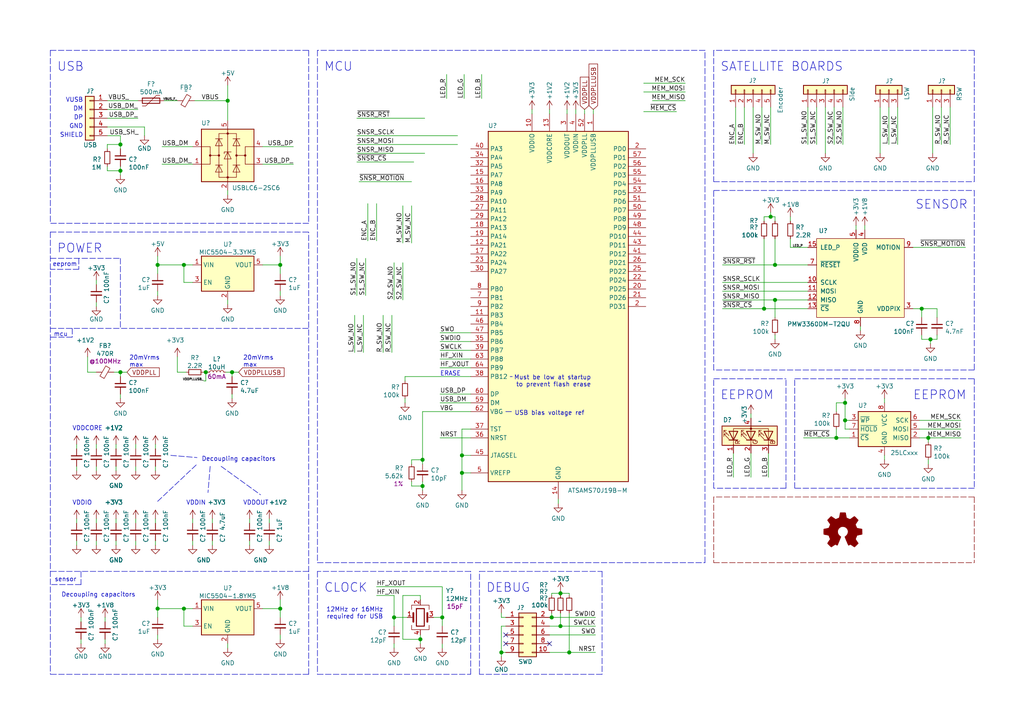
<source format=kicad_sch>
(kicad_sch (version 20210126) (generator eeschema)
  (paper "A4")
  (title_block (title "openinput-hw") (date "2021-04-10") (rev "r0.0") (company "openinput                                       https://github.com/perigoso/openinput-hw") (comment 2 "This source describes Open Hardware and is licensed under the CERN-OHL-Pv2") (comment 4 "Copyright (c) Rafael Silva <perigoso@riseup.net>"))
  (junction (at 34.925 41.91) (diameter 1.016))
  (junction (at 34.925 49.53) (diameter 1.016))
  (junction (at 34.925 107.95) (diameter 1.016))
  (junction (at 45.72 76.835) (diameter 1.016))
  (junction (at 45.72 176.53) (diameter 1.016))
  (junction (at 53.34 76.835) (diameter 1.016))
  (junction (at 53.34 176.53) (diameter 1.016))
  (junction (at 59.69 107.95) (diameter 1.016))
  (junction (at 66.04 29.21) (diameter 1.016))
  (junction (at 67.31 107.95) (diameter 1.016))
  (junction (at 81.28 76.835) (diameter 1.016))
  (junction (at 81.28 176.53) (diameter 1.016))
  (junction (at 114.3 179.07) (diameter 1.016))
  (junction (at 121.92 185.42) (diameter 1.016))
  (junction (at 122.555 133.35) (diameter 1.016))
  (junction (at 122.555 140.97) (diameter 1.016))
  (junction (at 128.27 179.07) (diameter 1.016))
  (junction (at 133.985 132.08) (diameter 1.016))
  (junction (at 133.985 137.16) (diameter 1.016))
  (junction (at 145.415 189.23) (diameter 1.016))
  (junction (at 160.02 179.07) (diameter 1.016))
  (junction (at 162.56 172.085) (diameter 1.016))
  (junction (at 162.56 181.61) (diameter 1.016))
  (junction (at 165.1 189.23) (diameter 1.016))
  (junction (at 221.615 89.535) (diameter 1.016))
  (junction (at 223.52 62.865) (diameter 1.016))
  (junction (at 224.79 76.835) (diameter 1.016))
  (junction (at 224.79 86.995) (diameter 1.016))
  (junction (at 242.57 127) (diameter 1.016))
  (junction (at 245.11 116.84) (diameter 1.016))
  (junction (at 245.11 121.92) (diameter 1.016))
  (junction (at 267.335 89.535) (diameter 1.016))
  (junction (at 269.24 127) (diameter 1.016))
  (junction (at 269.875 98.425) (diameter 1.016))
  (no_connect (at 146.685 184.15))
  (no_connect (at 146.685 186.69))
  (no_connect (at 159.385 186.69))
  (wire (pts (xy 22.225 128.905) (xy 22.225 130.175)))
  (wire (pts (xy 22.225 135.255) (xy 22.225 136.525)))
  (wire (pts (xy 22.225 150.495) (xy 22.225 151.765)))
  (wire (pts (xy 22.225 156.845) (xy 22.225 158.115)))
  (wire (pts (xy 23.495 179.07) (xy 23.495 180.34)))
  (wire (pts (xy 23.495 185.42) (xy 23.495 186.69)))
  (wire (pts (xy 25.4 107.95) (xy 25.4 103.505)))
  (wire (pts (xy 27.94 81.28) (xy 27.94 82.55)))
  (wire (pts (xy 27.94 87.63) (xy 27.94 88.9)))
  (wire (pts (xy 27.94 107.95) (xy 25.4 107.95)))
  (wire (pts (xy 27.94 128.905) (xy 27.94 130.175)))
  (wire (pts (xy 27.94 135.255) (xy 27.94 136.525)))
  (wire (pts (xy 27.94 150.495) (xy 27.94 151.765)))
  (wire (pts (xy 27.94 156.845) (xy 27.94 158.115)))
  (wire (pts (xy 30.48 179.07) (xy 30.48 180.34)))
  (wire (pts (xy 30.48 185.42) (xy 30.48 186.69)))
  (wire (pts (xy 31.115 29.21) (xy 40.005 29.21)))
  (wire (pts (xy 31.115 31.75) (xy 40.005 31.75)))
  (wire (pts (xy 31.115 34.29) (xy 40.005 34.29)))
  (wire (pts (xy 31.115 36.83) (xy 41.91 36.83)))
  (wire (pts (xy 31.115 39.37) (xy 34.925 39.37)))
  (wire (pts (xy 31.115 41.91) (xy 31.115 43.18)))
  (wire (pts (xy 31.115 41.91) (xy 34.925 41.91)))
  (wire (pts (xy 31.115 48.26) (xy 31.115 49.53)))
  (wire (pts (xy 31.115 49.53) (xy 34.925 49.53)))
  (wire (pts (xy 33.02 107.95) (xy 34.925 107.95)))
  (wire (pts (xy 33.655 128.905) (xy 33.655 130.175)))
  (wire (pts (xy 33.655 135.255) (xy 33.655 136.525)))
  (wire (pts (xy 33.655 150.495) (xy 33.655 151.765)))
  (wire (pts (xy 33.655 156.845) (xy 33.655 158.115)))
  (wire (pts (xy 34.925 39.37) (xy 34.925 41.91)))
  (wire (pts (xy 34.925 43.18) (xy 34.925 41.91)))
  (wire (pts (xy 34.925 49.53) (xy 34.925 48.26)))
  (wire (pts (xy 34.925 49.53) (xy 34.925 50.8)))
  (wire (pts (xy 34.925 107.95) (xy 34.925 109.22)))
  (wire (pts (xy 34.925 107.95) (xy 36.83 107.95)))
  (wire (pts (xy 34.925 114.3) (xy 34.925 115.57)))
  (wire (pts (xy 39.37 128.905) (xy 39.37 130.175)))
  (wire (pts (xy 39.37 135.255) (xy 39.37 136.525)))
  (wire (pts (xy 39.37 150.495) (xy 39.37 151.765)))
  (wire (pts (xy 39.37 156.845) (xy 39.37 158.115)))
  (wire (pts (xy 41.91 36.83) (xy 41.91 39.37)))
  (wire (pts (xy 45.085 128.905) (xy 45.085 130.175)))
  (wire (pts (xy 45.085 135.255) (xy 45.085 136.525)))
  (wire (pts (xy 45.085 150.495) (xy 45.085 151.765)))
  (wire (pts (xy 45.085 156.845) (xy 45.085 158.115)))
  (wire (pts (xy 45.72 74.295) (xy 45.72 76.835)))
  (wire (pts (xy 45.72 76.835) (xy 45.72 79.375)))
  (wire (pts (xy 45.72 84.455) (xy 45.72 85.725)))
  (wire (pts (xy 45.72 173.99) (xy 45.72 176.53)))
  (wire (pts (xy 45.72 176.53) (xy 45.72 179.07)))
  (wire (pts (xy 45.72 184.15) (xy 45.72 185.42)))
  (wire (pts (xy 46.99 42.545) (xy 55.88 42.545)))
  (wire (pts (xy 47.625 29.21) (xy 51.435 29.21)))
  (wire (pts (xy 51.435 107.95) (xy 51.435 103.505)))
  (wire (pts (xy 53.34 76.835) (xy 45.72 76.835)))
  (wire (pts (xy 53.34 76.835) (xy 55.88 76.835)))
  (wire (pts (xy 53.34 81.915) (xy 53.34 76.835)))
  (wire (pts (xy 53.34 81.915) (xy 55.88 81.915)))
  (wire (pts (xy 53.34 176.53) (xy 45.72 176.53)))
  (wire (pts (xy 53.34 176.53) (xy 55.88 176.53)))
  (wire (pts (xy 53.34 181.61) (xy 53.34 176.53)))
  (wire (pts (xy 53.34 181.61) (xy 55.88 181.61)))
  (wire (pts (xy 53.975 107.95) (xy 51.435 107.95)))
  (wire (pts (xy 55.88 47.625) (xy 46.99 47.625)))
  (wire (pts (xy 55.88 150.495) (xy 55.88 151.765)))
  (wire (pts (xy 55.88 156.845) (xy 55.88 158.115)))
  (wire (pts (xy 56.515 29.21) (xy 66.04 29.21)))
  (wire (pts (xy 59.055 107.95) (xy 59.69 107.95)))
  (wire (pts (xy 59.055 110.49) (xy 59.69 110.49)))
  (wire (pts (xy 59.69 107.95) (xy 60.325 107.95)))
  (wire (pts (xy 59.69 110.49) (xy 59.69 107.95)))
  (wire (pts (xy 61.595 150.495) (xy 61.595 151.765)))
  (wire (pts (xy 61.595 156.845) (xy 61.595 158.115)))
  (wire (pts (xy 65.405 107.95) (xy 67.31 107.95)))
  (wire (pts (xy 66.04 24.765) (xy 66.04 29.21)))
  (wire (pts (xy 66.04 29.21) (xy 66.04 34.925)))
  (wire (pts (xy 66.04 55.245) (xy 66.04 56.515)))
  (wire (pts (xy 66.04 86.995) (xy 66.04 88.265)))
  (wire (pts (xy 66.04 186.69) (xy 66.04 187.96)))
  (wire (pts (xy 67.31 107.95) (xy 67.31 109.22)))
  (wire (pts (xy 67.31 107.95) (xy 69.215 107.95)))
  (wire (pts (xy 67.31 114.3) (xy 67.31 115.57)))
  (wire (pts (xy 72.39 150.495) (xy 72.39 151.765)))
  (wire (pts (xy 72.39 156.845) (xy 72.39 158.115)))
  (wire (pts (xy 76.2 42.545) (xy 85.09 42.545)))
  (wire (pts (xy 76.2 47.625) (xy 85.09 47.625)))
  (wire (pts (xy 78.105 150.495) (xy 78.105 151.765)))
  (wire (pts (xy 78.105 156.845) (xy 78.105 158.115)))
  (wire (pts (xy 81.28 74.295) (xy 81.28 76.835)))
  (wire (pts (xy 81.28 76.835) (xy 76.2 76.835)))
  (wire (pts (xy 81.28 79.375) (xy 81.28 76.835)))
  (wire (pts (xy 81.28 84.455) (xy 81.28 85.725)))
  (wire (pts (xy 81.28 173.99) (xy 81.28 176.53)))
  (wire (pts (xy 81.28 176.53) (xy 76.2 176.53)))
  (wire (pts (xy 81.28 179.07) (xy 81.28 176.53)))
  (wire (pts (xy 81.28 184.15) (xy 81.28 185.42)))
  (wire (pts (xy 102.87 102.235) (xy 102.87 91.44)))
  (wire (pts (xy 103.505 34.29) (xy 123.19 34.29)))
  (wire (pts (xy 103.505 39.37) (xy 132.715 39.37)))
  (wire (pts (xy 103.505 41.91) (xy 132.715 41.91)))
  (wire (pts (xy 103.505 44.45) (xy 123.19 44.45)))
  (wire (pts (xy 103.505 46.99) (xy 120.015 46.99)))
  (wire (pts (xy 103.505 85.725) (xy 103.505 74.93)))
  (wire (pts (xy 105.41 102.235) (xy 105.41 91.44)))
  (wire (pts (xy 106.045 74.93) (xy 106.045 85.725)))
  (wire (pts (xy 106.68 69.85) (xy 106.68 59.055)))
  (wire (pts (xy 109.22 69.85) (xy 109.22 59.055)))
  (wire (pts (xy 109.22 170.18) (xy 128.27 170.18)))
  (wire (pts (xy 109.22 172.72) (xy 114.3 172.72)))
  (wire (pts (xy 111.125 102.235) (xy 111.125 91.44)))
  (wire (pts (xy 113.665 102.235) (xy 113.665 91.44)))
  (wire (pts (xy 114.3 86.995) (xy 114.3 76.2)))
  (wire (pts (xy 114.3 172.72) (xy 114.3 179.07)))
  (wire (pts (xy 114.3 179.07) (xy 114.3 181.61)))
  (wire (pts (xy 114.3 179.07) (xy 118.11 179.07)))
  (wire (pts (xy 114.3 186.69) (xy 114.3 187.96)))
  (wire (pts (xy 116.84 70.485) (xy 116.84 59.69)))
  (wire (pts (xy 116.84 86.995) (xy 116.84 76.2)))
  (wire (pts (xy 116.84 172.72) (xy 121.92 172.72)))
  (wire (pts (xy 116.84 185.42) (xy 116.84 172.72)))
  (wire (pts (xy 117.475 109.22) (xy 117.475 110.49)))
  (wire (pts (xy 117.475 109.22) (xy 136.525 109.22)))
  (wire (pts (xy 117.475 115.57) (xy 117.475 116.84)))
  (wire (pts (xy 119.38 52.705) (xy 104.14 52.705)))
  (wire (pts (xy 119.38 70.485) (xy 119.38 59.69)))
  (wire (pts (xy 119.38 133.35) (xy 122.555 133.35)))
  (wire (pts (xy 119.38 134.62) (xy 119.38 133.35)))
  (wire (pts (xy 119.38 139.7) (xy 119.38 140.97)))
  (wire (pts (xy 119.38 140.97) (xy 122.555 140.97)))
  (wire (pts (xy 121.92 172.72) (xy 121.92 173.99)))
  (wire (pts (xy 121.92 184.15) (xy 121.92 185.42)))
  (wire (pts (xy 121.92 185.42) (xy 116.84 185.42)))
  (wire (pts (xy 121.92 185.42) (xy 121.92 186.69)))
  (wire (pts (xy 122.555 119.38) (xy 122.555 133.35)))
  (wire (pts (xy 122.555 133.35) (xy 122.555 134.62)))
  (wire (pts (xy 122.555 140.97) (xy 122.555 139.7)))
  (wire (pts (xy 122.555 140.97) (xy 122.555 142.24)))
  (wire (pts (xy 125.73 179.07) (xy 128.27 179.07)))
  (wire (pts (xy 127.635 96.52) (xy 136.525 96.52)))
  (wire (pts (xy 127.635 99.06) (xy 136.525 99.06)))
  (wire (pts (xy 127.635 101.6) (xy 136.525 101.6)))
  (wire (pts (xy 127.635 104.14) (xy 136.525 104.14)))
  (wire (pts (xy 127.635 106.68) (xy 136.525 106.68)))
  (wire (pts (xy 127.635 116.84) (xy 136.525 116.84)))
  (wire (pts (xy 127.635 127) (xy 136.525 127)))
  (wire (pts (xy 128.27 179.07) (xy 128.27 170.18)))
  (wire (pts (xy 128.27 179.07) (xy 128.27 181.61)))
  (wire (pts (xy 128.27 186.69) (xy 128.27 187.96)))
  (wire (pts (xy 129.54 21.59) (xy 129.54 28.575)))
  (wire (pts (xy 133.985 124.46) (xy 133.985 132.08)))
  (wire (pts (xy 133.985 132.08) (xy 133.985 137.16)))
  (wire (pts (xy 133.985 137.16) (xy 133.985 142.24)))
  (wire (pts (xy 133.985 137.16) (xy 136.525 137.16)))
  (wire (pts (xy 134.62 21.59) (xy 134.62 28.575)))
  (wire (pts (xy 136.525 114.3) (xy 127.635 114.3)))
  (wire (pts (xy 136.525 119.38) (xy 122.555 119.38)))
  (wire (pts (xy 136.525 124.46) (xy 133.985 124.46)))
  (wire (pts (xy 136.525 132.08) (xy 133.985 132.08)))
  (wire (pts (xy 139.7 21.59) (xy 139.7 28.575)))
  (wire (pts (xy 145.415 177.8) (xy 145.415 179.07)))
  (wire (pts (xy 145.415 179.07) (xy 146.685 179.07)))
  (wire (pts (xy 145.415 181.61) (xy 145.415 189.23)))
  (wire (pts (xy 145.415 189.23) (xy 145.415 190.5)))
  (wire (pts (xy 145.415 189.23) (xy 146.685 189.23)))
  (wire (pts (xy 146.685 181.61) (xy 145.415 181.61)))
  (wire (pts (xy 154.305 31.75) (xy 154.305 33.02)))
  (wire (pts (xy 159.385 31.75) (xy 159.385 33.02)))
  (wire (pts (xy 160.02 172.085) (xy 162.56 172.085)))
  (wire (pts (xy 160.02 172.72) (xy 160.02 172.085)))
  (wire (pts (xy 160.02 177.8) (xy 160.02 179.07)))
  (wire (pts (xy 160.02 179.07) (xy 159.385 179.07)))
  (wire (pts (xy 160.02 179.07) (xy 172.72 179.07)))
  (wire (pts (xy 161.925 144.78) (xy 161.925 146.05)))
  (wire (pts (xy 162.56 171.45) (xy 162.56 172.085)))
  (wire (pts (xy 162.56 172.085) (xy 162.56 172.72)))
  (wire (pts (xy 162.56 172.085) (xy 165.1 172.085)))
  (wire (pts (xy 162.56 177.8) (xy 162.56 181.61)))
  (wire (pts (xy 162.56 181.61) (xy 159.385 181.61)))
  (wire (pts (xy 162.56 181.61) (xy 172.72 181.61)))
  (wire (pts (xy 164.465 31.75) (xy 164.465 33.02)))
  (wire (pts (xy 165.1 172.085) (xy 165.1 172.72)))
  (wire (pts (xy 165.1 177.8) (xy 165.1 189.23)))
  (wire (pts (xy 165.1 189.23) (xy 159.385 189.23)))
  (wire (pts (xy 165.1 189.23) (xy 172.72 189.23)))
  (wire (pts (xy 167.005 31.75) (xy 167.005 33.02)))
  (wire (pts (xy 169.545 31.75) (xy 169.545 33.02)))
  (wire (pts (xy 172.085 31.75) (xy 172.085 33.02)))
  (wire (pts (xy 172.72 184.15) (xy 159.385 184.15)))
  (wire (pts (xy 186.69 24.13) (xy 198.755 24.13)))
  (wire (pts (xy 186.69 26.67) (xy 198.755 26.67)))
  (wire (pts (xy 189.23 29.21) (xy 198.755 29.21)))
  (wire (pts (xy 196.215 32.385) (xy 186.69 32.385)))
  (wire (pts (xy 209.55 76.835) (xy 224.79 76.835)))
  (wire (pts (xy 209.55 81.915) (xy 234.315 81.915)))
  (wire (pts (xy 209.55 84.455) (xy 234.315 84.455)))
  (wire (pts (xy 209.55 86.995) (xy 224.79 86.995)))
  (wire (pts (xy 209.55 89.535) (xy 221.615 89.535)))
  (wire (pts (xy 212.725 131.445) (xy 212.725 138.43)))
  (wire (pts (xy 213.36 41.91) (xy 213.36 31.115)))
  (wire (pts (xy 215.9 41.91) (xy 215.9 31.115)))
  (wire (pts (xy 217.805 120.015) (xy 217.805 121.285)))
  (wire (pts (xy 217.805 131.445) (xy 217.805 138.43)))
  (wire (pts (xy 218.44 31.115) (xy 218.44 44.45)))
  (wire (pts (xy 220.98 41.91) (xy 220.98 31.115)))
  (wire (pts (xy 221.615 62.865) (xy 223.52 62.865)))
  (wire (pts (xy 221.615 64.135) (xy 221.615 62.865)))
  (wire (pts (xy 221.615 69.215) (xy 221.615 89.535)))
  (wire (pts (xy 221.615 89.535) (xy 234.315 89.535)))
  (wire (pts (xy 222.885 131.445) (xy 222.885 138.43)))
  (wire (pts (xy 223.52 41.91) (xy 223.52 31.115)))
  (wire (pts (xy 223.52 62.865) (xy 223.52 61.595)))
  (wire (pts (xy 224.79 62.865) (xy 223.52 62.865)))
  (wire (pts (xy 224.79 64.135) (xy 224.79 62.865)))
  (wire (pts (xy 224.79 69.215) (xy 224.79 76.835)))
  (wire (pts (xy 224.79 76.835) (xy 234.315 76.835)))
  (wire (pts (xy 224.79 86.995) (xy 224.79 92.075)))
  (wire (pts (xy 224.79 86.995) (xy 234.315 86.995)))
  (wire (pts (xy 224.79 97.155) (xy 224.79 98.425)))
  (wire (pts (xy 229.235 62.865) (xy 229.235 64.135)))
  (wire (pts (xy 229.235 71.755) (xy 229.235 69.215)))
  (wire (pts (xy 233.045 127) (xy 242.57 127)))
  (wire (pts (xy 234.315 41.91) (xy 234.315 31.115)))
  (wire (pts (xy 234.315 71.755) (xy 229.235 71.755)))
  (wire (pts (xy 236.855 41.91) (xy 236.855 31.115)))
  (wire (pts (xy 239.395 31.115) (xy 239.395 44.45)))
  (wire (pts (xy 241.935 41.91) (xy 241.935 31.115)))
  (wire (pts (xy 242.57 116.84) (xy 245.11 116.84)))
  (wire (pts (xy 242.57 119.38) (xy 242.57 116.84)))
  (wire (pts (xy 242.57 124.46) (xy 242.57 127)))
  (wire (pts (xy 242.57 127) (xy 246.38 127)))
  (wire (pts (xy 244.475 41.91) (xy 244.475 31.115)))
  (wire (pts (xy 245.11 115.57) (xy 245.11 116.84)))
  (wire (pts (xy 245.11 116.84) (xy 245.11 121.92)))
  (wire (pts (xy 245.11 121.92) (xy 246.38 121.92)))
  (wire (pts (xy 245.11 124.46) (xy 245.11 121.92)))
  (wire (pts (xy 246.38 124.46) (xy 245.11 124.46)))
  (wire (pts (xy 248.285 65.405) (xy 248.285 66.675)))
  (wire (pts (xy 249.555 94.615) (xy 249.555 95.885)))
  (wire (pts (xy 250.825 65.405) (xy 250.825 66.675)))
  (wire (pts (xy 255.27 31.115) (xy 255.27 44.45)))
  (wire (pts (xy 256.54 115.57) (xy 256.54 116.84)))
  (wire (pts (xy 256.54 132.08) (xy 256.54 133.35)))
  (wire (pts (xy 257.81 41.91) (xy 257.81 31.115)))
  (wire (pts (xy 260.35 41.91) (xy 260.35 31.115)))
  (wire (pts (xy 264.795 71.755) (xy 280.035 71.755)))
  (wire (pts (xy 266.7 121.92) (xy 278.765 121.92)))
  (wire (pts (xy 266.7 124.46) (xy 278.765 124.46)))
  (wire (pts (xy 266.7 127) (xy 269.24 127)))
  (wire (pts (xy 267.335 89.535) (xy 264.795 89.535)))
  (wire (pts (xy 267.335 92.075) (xy 267.335 89.535)))
  (wire (pts (xy 267.335 98.425) (xy 267.335 97.155)))
  (wire (pts (xy 269.24 127) (xy 269.24 128.27)))
  (wire (pts (xy 269.24 127) (xy 278.765 127)))
  (wire (pts (xy 269.24 133.35) (xy 269.24 134.62)))
  (wire (pts (xy 269.875 98.425) (xy 267.335 98.425)))
  (wire (pts (xy 269.875 98.425) (xy 269.875 99.695)))
  (wire (pts (xy 269.875 98.425) (xy 271.78 98.425)))
  (wire (pts (xy 270.51 31.115) (xy 270.51 44.45)))
  (wire (pts (xy 271.78 89.535) (xy 267.335 89.535)))
  (wire (pts (xy 271.78 92.075) (xy 271.78 89.535)))
  (wire (pts (xy 271.78 97.155) (xy 271.78 98.425)))
  (wire (pts (xy 273.05 41.91) (xy 273.05 31.115)))
  (wire (pts (xy 275.59 41.91) (xy 275.59 31.115)))
  (polyline (pts (xy 14.605 14.605) (xy 14.605 64.77)) (stroke (width 0) (type dash)))
  (polyline (pts (xy 14.605 14.605) (xy 89.535 14.605)) (stroke (width 0) (type dash)))
  (polyline (pts (xy 14.605 67.31) (xy 14.605 195.58)) (stroke (width 0) (type dash)))
  (polyline (pts (xy 14.605 67.31) (xy 89.535 67.31)) (stroke (width 0) (type dash)))
  (polyline (pts (xy 14.605 74.93) (xy 34.925 74.93)) (stroke (width 0) (type dash)))
  (polyline (pts (xy 14.605 95.25) (xy 89.535 95.25)) (stroke (width 0) (type dash)))
  (polyline (pts (xy 20.955 95.25) (xy 20.955 97.79)) (stroke (width 0) (type dash)))
  (polyline (pts (xy 20.955 97.79) (xy 14.605 97.79)) (stroke (width 0) (type dash)))
  (polyline (pts (xy 22.86 74.93) (xy 22.86 78.105)) (stroke (width 0) (type dash)))
  (polyline (pts (xy 22.86 78.105) (xy 14.605 78.105)) (stroke (width 0) (type dash)))
  (polyline (pts (xy 23.495 165.735) (xy 23.495 169.545)) (stroke (width 0) (type dash)))
  (polyline (pts (xy 23.495 169.545) (xy 14.605 169.545)) (stroke (width 0) (type dash)))
  (polyline (pts (xy 34.925 74.93) (xy 34.925 95.25)) (stroke (width 0) (type dash)))
  (polyline (pts (xy 45.72 145.415) (xy 57.15 134.62)) (stroke (width 0) (type dash)))
  (polyline (pts (xy 49.53 132.08) (xy 57.15 132.715)) (stroke (width 0) (type dash)))
  (polyline (pts (xy 60.96 135.255) (xy 60.325 142.875)) (stroke (width 0) (type dash)))
  (polyline (pts (xy 64.135 135.255) (xy 75.565 143.51)) (stroke (width 0) (type dash)))
  (polyline (pts (xy 89.535 14.605) (xy 89.535 64.77)) (stroke (width 0) (type dash)))
  (polyline (pts (xy 89.535 64.77) (xy 14.605 64.77)) (stroke (width 0) (type dash)))
  (polyline (pts (xy 89.535 165.735) (xy 14.605 165.735)) (stroke (width 0) (type dash)))
  (polyline (pts (xy 89.535 195.58) (xy 14.605 195.58)) (stroke (width 0) (type dash)))
  (polyline (pts (xy 89.535 195.58) (xy 89.535 67.31)) (stroke (width 0) (type dash)))
  (polyline (pts (xy 92.075 14.605) (xy 92.075 163.195)) (stroke (width 0) (type dash)))
  (polyline (pts (xy 92.075 163.195) (xy 204.47 163.195)) (stroke (width 0) (type dash)))
  (polyline (pts (xy 92.075 165.735) (xy 92.075 195.58)) (stroke (width 0) (type dash)))
  (polyline (pts (xy 92.075 195.58) (xy 136.525 195.58)) (stroke (width 0) (type dash)))
  (polyline (pts (xy 136.525 165.735) (xy 92.075 165.735)) (stroke (width 0) (type dash)))
  (polyline (pts (xy 136.525 195.58) (xy 136.525 165.735)) (stroke (width 0) (type dash)))
  (polyline (pts (xy 139.065 165.735) (xy 174.625 165.735)) (stroke (width 0) (type dash)))
  (polyline (pts (xy 139.065 195.58) (xy 139.065 165.735)) (stroke (width 0) (type dash)))
  (polyline (pts (xy 146.685 119.38) (xy 148.59 119.38)) (stroke (width 0) (type dash)))
  (polyline (pts (xy 147.955 109.22) (xy 148.59 109.22)) (stroke (width 0) (type dash)))
  (polyline (pts (xy 174.625 165.735) (xy 174.625 195.58)) (stroke (width 0) (type dash)))
  (polyline (pts (xy 174.625 195.58) (xy 139.065 195.58)) (stroke (width 0) (type dash)))
  (polyline (pts (xy 204.47 14.605) (xy 92.075 14.605)) (stroke (width 0) (type dash)))
  (polyline (pts (xy 204.47 163.195) (xy 204.47 14.605)) (stroke (width 0) (type dash)))
  (polyline (pts (xy 207.01 14.605) (xy 207.01 52.705)) (stroke (width 0) (type dash)))
  (polyline (pts (xy 207.01 52.705) (xy 282.575 52.705)) (stroke (width 0) (type dash)))
  (polyline (pts (xy 207.01 55.245) (xy 282.575 55.245)) (stroke (width 0) (type dash)))
  (polyline (pts (xy 207.01 107.315) (xy 207.01 55.245)) (stroke (width 0) (type dash)))
  (polyline (pts (xy 207.01 109.855) (xy 227.965 109.855)) (stroke (width 0) (type dash)))
  (polyline (pts (xy 207.01 141.605) (xy 207.01 109.855)) (stroke (width 0) (type dash)))
  (polyline (pts (xy 207.01 144.145) (xy 207.01 163.195)) (stroke (width 0.1524) (type dash) (color 132 0 0 1)))
  (polyline (pts (xy 207.01 163.195) (xy 282.575 163.195)) (stroke (width 0.1524) (type dash) (color 132 0 0 1)))
  (polyline (pts (xy 227.965 141.605) (xy 207.01 141.605)) (stroke (width 0) (type dash)))
  (polyline (pts (xy 227.965 141.605) (xy 227.965 109.855)) (stroke (width 0) (type dash)))
  (polyline (pts (xy 230.505 109.855) (xy 282.575 109.855)) (stroke (width 0) (type dash)))
  (polyline (pts (xy 230.505 141.605) (xy 230.505 109.855)) (stroke (width 0) (type dash)))
  (polyline (pts (xy 282.575 14.605) (xy 207.01 14.605)) (stroke (width 0) (type dash)))
  (polyline (pts (xy 282.575 52.705) (xy 282.575 14.605)) (stroke (width 0) (type dash)))
  (polyline (pts (xy 282.575 55.245) (xy 282.575 107.315)) (stroke (width 0) (type dash)))
  (polyline (pts (xy 282.575 107.315) (xy 207.01 107.315)) (stroke (width 0) (type dash)))
  (polyline (pts (xy 282.575 109.855) (xy 282.575 141.605)) (stroke (width 0) (type dash)))
  (polyline (pts (xy 282.575 141.605) (xy 230.505 141.605)) (stroke (width 0) (type dash)))
  (polyline (pts (xy 282.575 144.145) (xy 207.01 144.145)) (stroke (width 0.1524) (type dash) (color 132 0 0 1)))
  (polyline (pts (xy 282.575 144.145) (xy 282.575 163.195)) (stroke (width 0.1524) (type dash) (color 132 0 0 1)))
  (text "eeprom" (at 15.24 77.47 0) (effects (font (size 1.27 1.27)) (justify left bottom)))
  (text "USB" (at 16.51 20.955 0) (effects (font (size 2.56 2.56)) (justify left bottom)))
  (text "POWER" (at 16.51 73.66 0) (effects (font (size 2.56 2.56)) (justify left bottom)))
  (text "Decoupling capacitors" (at 17.78 173.355 0) (effects (font (size 1.27 1.27)) (justify left bottom)))
  (text "mcu" (at 19.685 97.79 180) (effects (font (size 1.27 1.27)) (justify right bottom)))
  (text "VDDCORE" (at 20.955 125.095 0) (effects (font (size 1.27 1.27)) (justify left bottom)))
  (text "VDDIO" (at 20.955 146.685 0) (effects (font (size 1.27 1.27)) (justify left bottom)))
  (text "sensor" (at 22.225 168.91 180) (effects (font (size 1.27 1.27)) (justify right bottom)))
  (text "VUSB" (at 24.13 29.845 180) (effects (font (size 1.27 1.27)) (justify right bottom)))
  (text "DM" (at 24.13 32.385 180) (effects (font (size 1.27 1.27)) (justify right bottom)))
  (text "DP" (at 24.13 34.925 180) (effects (font (size 1.27 1.27)) (justify right bottom)))
  (text "GND" (at 24.13 37.465 180) (effects (font (size 1.27 1.27)) (justify right bottom)))
  (text "SHIELD" (at 24.13 40.005 180) (effects (font (size 1.27 1.27)) (justify right bottom)))
  (text "20mVrms\nmax" (at 37.465 106.68 0) (effects (font (size 1.27 1.27)) (justify left bottom)))
  (text "VDDIN" (at 53.975 146.685 0) (effects (font (size 1.27 1.27)) (justify left bottom)))
  (text "20mVrms\nmax" (at 70.485 106.68 0) (effects (font (size 1.27 1.27)) (justify left bottom)))
  (text "VDDOUT" (at 70.485 146.685 0) (effects (font (size 1.27 1.27)) (justify left bottom)))
  (text "Decoupling capacitors" (at 80.01 133.985 180) (effects (font (size 1.27 1.27)) (justify right bottom)))
  (text "MCU" (at 93.98 20.955 0) (effects (font (size 2.56 2.56)) (justify left bottom)))
  (text "CLOCK\n" (at 93.98 172.085 0) (effects (font (size 2.56 2.56)) (justify left bottom)))
  (text "12MHz or 16MHz\nrequired for USB" (at 111.125 179.705 180) (effects (font (size 1.27 1.27)) (justify right bottom)))
  (text "ERASE" (at 127.635 109.22 0) (effects (font (size 1.27 1.27)) (justify left bottom)))
  (text "DEBUG" (at 140.97 172.085 0) (effects (font (size 2.56 2.56)) (justify left bottom)))
  (text "USB bias voltage ref" (at 149.225 120.65 0) (effects (font (size 1.27 1.27)) (justify left bottom)))
  (text "Must be low at startup\nto prevent flash erase" (at 171.45 112.395 180) (effects (font (size 1.27 1.27)) (justify right bottom)))
  (text "SATELLITE BOARDS\n" (at 208.915 20.955 0) (effects (font (size 2.56 2.56)) (justify left bottom)))
  (text "EEPROM\n" (at 208.915 116.205 0) (effects (font (size 2.56 2.56)) (justify left bottom)))
  (text "EEPROM\n" (at 264.795 116.205 0) (effects (font (size 2.56 2.56)) (justify left bottom)))
  (text "SENSOR\n" (at 265.43 60.96 0) (effects (font (size 2.56 2.56)) (justify left bottom)))
  (label "USB_SH_" (at 31.75 39.37 0))
  (label "VBUS_" (at 37.465 29.21 180))
  (label "USB_DM_" (at 40.005 31.75 180))
  (label "USB_DP_" (at 40.005 34.29 180))
  (label "USB_DM" (at 46.99 42.545 0))
  (label "USB_DM_" (at 46.99 47.625 0))
  (label "VBUS_F_" (at 51.435 29.21 180) (effects (font (size 0.635 0.635))))
  (label "VBUS" (at 58.42 29.21 0))
  (label "VDDPLLUSB_" (at 59.055 110.49 180) (effects (font (size 0.635 0.635))))
  (label "USB_DP" (at 85.09 42.545 180))
  (label "USB_DP_" (at 85.09 47.625 180))
  (label "L_SW_NO" (at 102.87 102.235 90))
  (label "~SNSR_RST" (at 103.505 34.29 0))
  (label "SNSR_SCLK" (at 103.505 39.37 0))
  (label "SNSR_MOSI" (at 103.505 41.91 0))
  (label "SNSR_MISO" (at 103.505 44.45 0))
  (label "~SNSR_CS" (at 103.505 46.99 0))
  (label "S1_SW_NO" (at 103.505 85.725 90))
  (label "~SNSR_MOTION" (at 104.14 52.705 0))
  (label "L_SW_NC" (at 105.41 102.235 90))
  (label "S1_SW_NC" (at 106.045 85.725 90))
  (label "ENC_A" (at 106.68 69.85 90))
  (label "ENC_B" (at 109.22 69.85 90))
  (label "HF_XOUT" (at 109.22 170.18 0))
  (label "HF_XIN" (at 109.22 172.72 0))
  (label "R_SW_NO" (at 111.125 102.235 90))
  (label "R_SW_NC" (at 113.665 102.235 90))
  (label "S2_SW_NO" (at 114.3 86.995 90))
  (label "M_SW_NO" (at 116.84 70.485 90))
  (label "S2_SW_NC" (at 116.84 86.995 90))
  (label "M_SW_NC" (at 119.38 70.485 90))
  (label "SWO" (at 127.635 96.52 0))
  (label "SWDIO" (at 127.635 99.06 0))
  (label "SWCLK" (at 127.635 101.6 0))
  (label "HF_XIN" (at 127.635 104.14 0))
  (label "HF_XOUT" (at 127.635 106.68 0))
  (label "USB_DP" (at 127.635 114.3 0))
  (label "USB_DM" (at 127.635 116.84 0))
  (label "VBG" (at 127.635 119.38 0))
  (label "NRST" (at 127.635 127 0))
  (label "LED_R" (at 129.54 28.575 90))
  (label "LED_G" (at 134.62 28.575 90))
  (label "LED_B" (at 139.7 28.575 90))
  (label "SWDIO" (at 172.72 179.07 180))
  (label "SWCLK" (at 172.72 181.61 180))
  (label "SWO" (at 172.72 184.15 180))
  (label "NRST" (at 172.72 189.23 180))
  (label "~MEM_CS" (at 196.215 32.385 180))
  (label "MEM_SCK" (at 198.755 24.13 180))
  (label "MEM_MOSI" (at 198.755 26.67 180))
  (label "MEM_MISO" (at 198.755 29.21 180))
  (label "~SNSR_RST" (at 209.55 76.835 0))
  (label "SNSR_SCLK" (at 209.55 81.915 0))
  (label "SNSR_MOSI" (at 209.55 84.455 0))
  (label "SNSR_MISO" (at 209.55 86.995 0))
  (label "~SNSR_CS" (at 209.55 89.535 0))
  (label "LED_R" (at 212.725 138.43 90))
  (label "ENC_A" (at 213.36 41.91 90))
  (label "ENC_B" (at 215.9 41.91 90))
  (label "LED_G" (at 217.805 138.43 90))
  (label "M_SW_NO" (at 220.98 41.91 90))
  (label "LED_B" (at 222.885 138.43 90))
  (label "M_SW_NC" (at 223.52 41.91 90))
  (label "LED_P" (at 229.87 71.755 0) (effects (font (size 0.635 0.635))))
  (label "~MEM_CS" (at 233.045 127 0))
  (label "S1_SW_NO" (at 234.315 41.91 90))
  (label "S1_SW_NC" (at 236.855 41.91 90))
  (label "S2_SW_NC" (at 241.935 41.91 90))
  (label "S2_SW_NO" (at 244.475 41.91 90))
  (label "L_SW_NO" (at 257.81 41.91 90))
  (label "L_SW_NC" (at 260.35 41.91 90))
  (label "R_SW_NO" (at 273.05 41.91 90))
  (label "R_SW_NC" (at 275.59 41.91 90))
  (label "MEM_SCK" (at 278.765 121.92 180))
  (label "MEM_MOSI" (at 278.765 124.46 180))
  (label "MEM_MISO" (at 278.765 127 180))
  (label "~SNSR_MOTION" (at 280.035 71.755 180))
  (global_label "VDDPLL" (shape input) (at 36.83 107.95 0) (property "Intersheet References" "${INTERSHEET_REFS}" (effects hide)))
  (global_label "VDDPLLUSB" (shape input) (at 69.215 107.95 0) (property "Intersheet References" "${INTERSHEET_REFS}" (effects hide)))
  (global_label "VDDPLL" (shape input) (at 169.545 31.75 90) (property "Intersheet References" "${INTERSHEET_REFS}" (effects hide)))
  (global_label "VDDPLLUSB" (shape input) (at 172.085 31.75 90) (property "Intersheet References" "${INTERSHEET_REFS}" (effects hide)))
  (symbol (lib_id "power:+1V2") (at 22.225 128.905 0) (unit 1)
    (property "Reference" "#PWR?" (effects hide))
    (property "Value" "+1V2" (at 33.02 124.0876 0))
  )
  (symbol (lib_id "power:+3V3") (at 22.225 150.495 0) (unit 1)
    (property "Reference" "#PWR?" (effects hide))
    (property "Value" "+3V3" (at 33.02 145.6776 0))
  )
  (symbol (lib_id "power:+3V3") (at 23.495 179.07 0) (unit 1)
    (property "Reference" "#PWR?" (effects hide))
    (property "Value" "+3V3" (at 23.495 175.5226 0))
  )
  (symbol (lib_id "power:+1V2") (at 25.4 103.505 0) (unit 1)
    (property "Reference" "#PWR?" (effects hide))
    (property "Value" "+1V2" (at 24.765 98.6876 0))
  )
  (symbol (lib_id "power:+3V3") (at 27.94 81.28 0) (unit 1)
    (property "Reference" "#PWR?" (effects hide))
    (property "Value" "+3V3" (at 27.94 77.7326 0))
  )
  (symbol (lib_id "power:+1V2") (at 27.94 128.905 0) (unit 1)
    (property "Reference" "#PWR?" (effects hide))
    (property "Value" "+1V2" (at 33.02 124.0876 0))
  )
  (symbol (lib_id "power:+3V3") (at 27.94 150.495 0) (unit 1)
    (property "Reference" "#PWR?" (effects hide))
    (property "Value" "+3V3" (at 33.02 145.6776 0))
  )
  (symbol (lib_id "power:+1V8") (at 30.48 179.07 0) (unit 1)
    (property "Reference" "#PWR?" (effects hide))
    (property "Value" "+1V8" (at 30.48 175.5226 0))
  )
  (symbol (lib_id "power:+1V2") (at 33.655 128.905 0) (unit 1)
    (property "Reference" "#PWR?" (effects hide))
    (property "Value" "+1V2" (at 33.02 124.0876 0))
  )
  (symbol (lib_id "power:+3V3") (at 33.655 150.495 0) (unit 1)
    (property "Reference" "#PWR?" (effects hide))
    (property "Value" "+3V3" (at 33.02 145.6776 0))
  )
  (symbol (lib_id "power:+1V2") (at 39.37 128.905 0) (unit 1)
    (property "Reference" "#PWR?" (effects hide))
    (property "Value" "+1V2" (at 33.02 124.0876 0))
  )
  (symbol (lib_id "power:+3V3") (at 39.37 150.495 0) (unit 1)
    (property "Reference" "#PWR?" (effects hide))
    (property "Value" "+3V3" (at 33.02 145.6776 0))
  )
  (symbol (lib_id "power:+1V2") (at 45.085 128.905 0) (unit 1)
    (property "Reference" "#PWR?" (effects hide))
    (property "Value" "+1V2" (at 33.02 124.0876 0))
  )
  (symbol (lib_id "power:+3V3") (at 45.085 150.495 0) (unit 1)
    (property "Reference" "#PWR?" (effects hide))
    (property "Value" "+3V3" (at 33.02 145.6776 0))
  )
  (symbol (lib_id "power:+5V") (at 45.72 74.295 0) (unit 1)
    (property "Reference" "#PWR?" (effects hide))
    (property "Value" "+5V" (at 45.72 70.7476 0))
  )
  (symbol (lib_id "power:+3V3") (at 45.72 173.99 0) (unit 1)
    (property "Reference" "#PWR?" (effects hide))
    (property "Value" "+3V3" (at 45.72 170.4426 0))
  )
  (symbol (lib_id "power:+3V3") (at 51.435 103.505 0) (unit 1)
    (property "Reference" "#PWR?" (effects hide))
    (property "Value" "+3V3" (at 50.8 98.6876 0))
  )
  (symbol (lib_id "power:+3V3") (at 55.88 150.495 0) (unit 1)
    (property "Reference" "#PWR?" (effects hide))
    (property "Value" "+3V3" (at 62.865 145.6776 0))
  )
  (symbol (lib_id "power:+3V3") (at 61.595 150.495 0) (unit 1)
    (property "Reference" "#PWR?" (effects hide))
    (property "Value" "+3V3" (at 62.865 145.6776 0))
  )
  (symbol (lib_id "power:+5V") (at 66.04 24.765 0) (unit 1)
    (property "Reference" "#PWR?" (effects hide))
    (property "Value" "+5V" (at 66.04 21.2176 0))
  )
  (symbol (lib_id "power:+1V2") (at 72.39 150.495 0) (unit 1)
    (property "Reference" "#PWR?" (effects hide))
    (property "Value" "+1V2" (at 80.645 145.6776 0))
  )
  (symbol (lib_id "power:+1V2") (at 78.105 150.495 0) (unit 1)
    (property "Reference" "#PWR?" (effects hide))
    (property "Value" "+1V2" (at 80.645 145.6776 0))
  )
  (symbol (lib_id "power:+3V3") (at 81.28 74.295 0) (unit 1)
    (property "Reference" "#PWR?" (effects hide))
    (property "Value" "+3V3" (at 81.28 70.7476 0))
  )
  (symbol (lib_id "power:+1V8") (at 81.28 173.99 0) (unit 1)
    (property "Reference" "#PWR?" (effects hide))
    (property "Value" "+1V8" (at 81.28 170.4426 0))
  )
  (symbol (lib_id "power:+3V3") (at 145.415 177.8 0) (unit 1)
    (property "Reference" "#PWR?" (effects hide))
    (property "Value" "+3V3" (at 145.415 174.2526 0))
  )
  (symbol (lib_id "power:+3V3") (at 154.305 31.75 0) (unit 1)
    (property "Reference" "#PWR?" (effects hide))
    (property "Value" "+3V3" (at 154.305 26.2976 90))
  )
  (symbol (lib_id "power:+1V2") (at 159.385 31.75 0) (unit 1)
    (property "Reference" "#PWR?" (effects hide))
    (property "Value" "+1V2" (at 159.385 26.2976 90))
  )
  (symbol (lib_id "power:+3V3") (at 162.56 171.45 0) (unit 1)
    (property "Reference" "#PWR?" (effects hide))
    (property "Value" "+3V3" (at 162.56 167.9026 0))
  )
  (symbol (lib_id "power:+1V2") (at 164.465 31.75 0) (unit 1)
    (property "Reference" "#PWR?" (effects hide))
    (property "Value" "+1V2" (at 164.465 26.2976 90))
  )
  (symbol (lib_id "power:+3V3") (at 167.005 31.75 0) (unit 1)
    (property "Reference" "#PWR?" (effects hide))
    (property "Value" "+3V3" (at 167.005 26.2976 90))
  )
  (symbol (lib_id "power:+3V3") (at 217.805 120.015 0) (unit 1)
    (property "Reference" "#PWR?" (effects hide))
    (property "Value" "+3V3" (at 215.9 120.2776 90))
  )
  (symbol (lib_id "power:+3V3") (at 223.52 61.595 0) (unit 1)
    (property "Reference" "#PWR?" (effects hide))
    (property "Value" "+3V3" (at 223.52 58.0476 0))
  )
  (symbol (lib_id "power:+1V8") (at 229.235 62.865 0) (unit 1)
    (property "Reference" "#PWR?" (effects hide))
    (property "Value" "+1V8" (at 229.235 59.3176 0))
  )
  (symbol (lib_id "power:+3V3") (at 245.11 115.57 0) (unit 1)
    (property "Reference" "#PWR?" (effects hide))
    (property "Value" "+3V3" (at 245.11 112.0226 0))
  )
  (symbol (lib_id "power:+3V3") (at 248.285 65.405 0) (unit 1)
    (property "Reference" "#PWR?" (effects hide))
    (property "Value" "+3V3" (at 248.285 59.9526 90))
  )
  (symbol (lib_id "power:+1V8") (at 250.825 65.405 0) (unit 1)
    (property "Reference" "#PWR?" (effects hide))
    (property "Value" "+1V8" (at 250.825 59.9526 90))
  )
  (symbol (lib_id "power:+3V3") (at 256.54 115.57 0) (unit 1)
    (property "Reference" "#PWR?" (effects hide))
    (property "Value" "+3V3" (at 256.54 112.0226 0))
  )
  (symbol (lib_id "Device:L_Small") (at 62.865 107.95 90) (unit 1)
    (property "Reference" "L?" (at 62.865 104.1358 90))
    (property "Value" "10uH" (at 62.865 106.4345 90))
    (property "Current" "60mA" (at 62.865 109.22 90))
  )
  (symbol (lib_id "power:GND") (at 22.225 136.525 0) (unit 1)
    (property "Reference" "#PWR?" (effects hide))
    (property "Value" "GND" (at 33.655 140.8494 0))
  )
  (symbol (lib_id "power:GND") (at 22.225 158.115 0) (unit 1)
    (property "Reference" "#PWR?" (effects hide))
    (property "Value" "GND" (at 33.655 162.4394 0))
  )
  (symbol (lib_id "power:GND") (at 23.495 186.69 0) (unit 1)
    (property "Reference" "#PWR?" (effects hide))
    (property "Value" "GND" (at 23.495 190.3794 0))
  )
  (symbol (lib_id "power:GND") (at 27.94 88.9 0) (unit 1)
    (property "Reference" "#PWR?" (effects hide))
    (property "Value" "GND" (at 27.94 92.5894 0))
  )
  (symbol (lib_id "power:GND") (at 27.94 136.525 0) (unit 1)
    (property "Reference" "#PWR?" (effects hide))
    (property "Value" "GND" (at 33.655 140.8494 0))
  )
  (symbol (lib_id "power:GND") (at 27.94 158.115 0) (unit 1)
    (property "Reference" "#PWR?" (effects hide))
    (property "Value" "GND" (at 33.655 162.4394 0))
  )
  (symbol (lib_id "power:GND") (at 30.48 186.69 0) (unit 1)
    (property "Reference" "#PWR?" (effects hide))
    (property "Value" "GND" (at 30.48 190.3794 0))
  )
  (symbol (lib_id "power:GND") (at 33.655 136.525 0) (unit 1)
    (property "Reference" "#PWR?" (effects hide))
    (property "Value" "GND" (at 33.655 140.8494 0))
  )
  (symbol (lib_id "power:GND") (at 33.655 158.115 0) (unit 1)
    (property "Reference" "#PWR?" (effects hide))
    (property "Value" "GND" (at 33.655 162.4394 0))
  )
  (symbol (lib_id "power:GND") (at 34.925 50.8 0) (unit 1)
    (property "Reference" "#PWR?" (effects hide))
    (property "Value" "GND" (at 34.925 55.1244 0))
  )
  (symbol (lib_id "power:GND") (at 34.925 115.57 0) (unit 1)
    (property "Reference" "#PWR?" (effects hide))
    (property "Value" "GND" (at 34.925 119.8944 0))
  )
  (symbol (lib_id "power:GND") (at 39.37 136.525 0) (unit 1)
    (property "Reference" "#PWR?" (effects hide))
    (property "Value" "GND" (at 33.655 140.8494 0))
  )
  (symbol (lib_id "power:GND") (at 39.37 158.115 0) (unit 1)
    (property "Reference" "#PWR?" (effects hide))
    (property "Value" "GND" (at 33.655 162.4394 0))
  )
  (symbol (lib_id "power:GND") (at 41.91 39.37 0) (unit 1)
    (property "Reference" "#PWR?" (effects hide))
    (property "Value" "GND" (at 41.91 43.0594 0))
  )
  (symbol (lib_id "power:GND") (at 45.085 136.525 0) (unit 1)
    (property "Reference" "#PWR?" (effects hide))
    (property "Value" "GND" (at 33.655 140.8494 0))
  )
  (symbol (lib_id "power:GND") (at 45.085 158.115 0) (unit 1)
    (property "Reference" "#PWR?" (effects hide))
    (property "Value" "GND" (at 33.655 162.4394 0))
  )
  (symbol (lib_id "power:GND") (at 45.72 85.725 0) (unit 1)
    (property "Reference" "#PWR?" (effects hide))
    (property "Value" "GND" (at 45.72 90.0494 0))
  )
  (symbol (lib_id "power:GND") (at 45.72 185.42 0) (unit 1)
    (property "Reference" "#PWR?" (effects hide))
    (property "Value" "GND" (at 45.72 189.7444 0))
  )
  (symbol (lib_id "power:GND") (at 55.88 158.115 0) (unit 1)
    (property "Reference" "#PWR?" (effects hide))
    (property "Value" "GND" (at 59.055 162.4394 0))
  )
  (symbol (lib_id "power:GND") (at 61.595 158.115 0) (unit 1)
    (property "Reference" "#PWR?" (effects hide))
    (property "Value" "GND" (at 59.055 162.4394 0))
  )
  (symbol (lib_id "power:GND") (at 66.04 56.515 0) (unit 1)
    (property "Reference" "#PWR?" (effects hide))
    (property "Value" "GND" (at 66.04 60.8394 0))
  )
  (symbol (lib_id "power:GND") (at 66.04 88.265 0) (unit 1)
    (property "Reference" "#PWR?" (effects hide))
    (property "Value" "GND" (at 66.04 92.5894 0))
  )
  (symbol (lib_id "power:GND") (at 66.04 187.96 0) (unit 1)
    (property "Reference" "#PWR?" (effects hide))
    (property "Value" "GND" (at 66.04 192.2844 0))
  )
  (symbol (lib_id "power:GND") (at 67.31 115.57 0) (unit 1)
    (property "Reference" "#PWR?" (effects hide))
    (property "Value" "GND" (at 67.31 119.8944 0))
  )
  (symbol (lib_id "power:GND") (at 72.39 158.115 0) (unit 1)
    (property "Reference" "#PWR?" (effects hide))
    (property "Value" "GND" (at 75.565 162.4394 0))
  )
  (symbol (lib_id "power:GND") (at 78.105 158.115 0) (unit 1)
    (property "Reference" "#PWR?" (effects hide))
    (property "Value" "GND" (at 75.565 162.4394 0))
  )
  (symbol (lib_id "power:GND") (at 81.28 85.725 0) (unit 1)
    (property "Reference" "#PWR?" (effects hide))
    (property "Value" "GND" (at 81.28 90.0494 0))
  )
  (symbol (lib_id "power:GND") (at 81.28 185.42 0) (unit 1)
    (property "Reference" "#PWR?" (effects hide))
    (property "Value" "GND" (at 81.28 189.7444 0))
  )
  (symbol (lib_id "power:GND") (at 114.3 187.96 0) (unit 1)
    (property "Reference" "#PWR?" (effects hide))
    (property "Value" "GND" (at 114.3 192.2844 0))
  )
  (symbol (lib_id "power:GND") (at 117.475 116.84 0) (unit 1)
    (property "Reference" "#PWR?" (effects hide))
    (property "Value" "GND" (at 117.475 121.1644 0))
  )
  (symbol (lib_id "power:GND") (at 121.92 186.69 0) (unit 1)
    (property "Reference" "#PWR?" (effects hide))
    (property "Value" "GND" (at 121.92 191.0144 0))
  )
  (symbol (lib_id "power:GND") (at 122.555 142.24 0) (unit 1)
    (property "Reference" "#PWR?" (effects hide))
    (property "Value" "GND" (at 122.555 146.5644 0))
  )
  (symbol (lib_id "power:GND") (at 128.27 187.96 0) (unit 1)
    (property "Reference" "#PWR?" (effects hide))
    (property "Value" "GND" (at 128.27 192.2844 0))
  )
  (symbol (lib_id "power:GND") (at 133.985 142.24 0) (unit 1)
    (property "Reference" "#PWR?" (effects hide))
    (property "Value" "GND" (at 133.985 146.5644 0))
  )
  (symbol (lib_id "power:GND") (at 145.415 190.5 0) (unit 1)
    (property "Reference" "#PWR?" (effects hide))
    (property "Value" "GND" (at 145.415 194.1894 0))
  )
  (symbol (lib_id "power:GND") (at 161.925 146.05 0) (unit 1)
    (property "Reference" "#PWR?" (effects hide))
    (property "Value" "GND" (at 161.925 150.3744 0))
  )
  (symbol (lib_id "power:GND") (at 218.44 44.45 0) (unit 1)
    (property "Reference" "#PWR?" (effects hide))
    (property "Value" "GND" (at 218.44 48.7744 0))
  )
  (symbol (lib_id "power:GND") (at 224.79 98.425 0) (unit 1)
    (property "Reference" "#PWR?" (effects hide))
    (property "Value" "GND" (at 224.79 102.7494 0))
  )
  (symbol (lib_id "power:GND") (at 239.395 44.45 0) (unit 1)
    (property "Reference" "#PWR?" (effects hide))
    (property "Value" "GND" (at 239.395 48.7744 0))
  )
  (symbol (lib_id "power:GND") (at 249.555 95.885 0) (unit 1)
    (property "Reference" "#PWR?" (effects hide))
    (property "Value" "GND" (at 249.555 100.2094 0))
  )
  (symbol (lib_id "power:GND") (at 255.27 44.45 0) (unit 1)
    (property "Reference" "#PWR?" (effects hide))
    (property "Value" "GND" (at 255.27 48.7744 0))
  )
  (symbol (lib_id "power:GND") (at 256.54 133.35 0) (unit 1)
    (property "Reference" "#PWR?" (effects hide))
    (property "Value" "GND" (at 256.54 137.6744 0))
  )
  (symbol (lib_id "power:GND") (at 269.24 134.62 0) (unit 1)
    (property "Reference" "#PWR?" (effects hide))
    (property "Value" "GND" (at 269.24 138.9444 0))
  )
  (symbol (lib_id "power:GND") (at 269.875 99.695 0) (unit 1)
    (property "Reference" "#PWR?" (effects hide))
    (property "Value" "GND" (at 269.875 104.0194 0))
  )
  (symbol (lib_id "power:GND") (at 270.51 44.45 0) (unit 1)
    (property "Reference" "#PWR?" (effects hide))
    (property "Value" "GND" (at 270.51 48.7744 0))
  )
  (symbol (lib_id "Device:R_Small") (at 31.115 45.72 0) (unit 1)
    (property "Reference" "R?" (at 29.4387 46.2291 0) (effects (justify right)))
    (property "Value" "1M" (at 29.4387 48.5278 0) (effects (justify right)))
  )
  (symbol (lib_id "Device:R_Small") (at 56.515 107.95 90) (unit 1)
    (property "Reference" "R?" (at 56.515 103.7802 90))
    (property "Value" "2.2R" (at 56.515 106.0789 90))
  )
  (symbol (lib_id "Device:R_Small") (at 117.475 113.03 0) (mirror x) (unit 1)
    (property "Reference" "R?" (at 115.9763 112.2691 0) (effects (justify right)))
    (property "Value" "100k" (at 115.9763 114.5678 0) (effects (justify right)))
  )
  (symbol (lib_id "Device:R_Small") (at 119.38 137.16 180) (unit 1)
    (property "Reference" "R?" (at 117.0687 135.7641 0) (effects (justify left)))
    (property "Value" "5.62k" (at 117.0687 138.0628 0) (effects (justify left)))
    (property "Tolerance" "1%" (at 115.57 140.335 0))
  )
  (symbol (lib_id "Device:R_Small") (at 160.02 175.26 180) (unit 1)
    (property "Reference" "R?" (at 158.9787 169.6731 0) (effects (justify left)))
    (property "Value" "100k" (at 158.9787 175.5278 0) (effects (justify left)))
  )
  (symbol (lib_id "Device:R_Small") (at 162.56 175.26 180) (unit 1)
    (property "Reference" "R?" (at 158.9787 171.5781 0) (effects (justify left)))
    (property "Value" "100k" (at 158.9787 175.5278 0) (effects (justify left)))
  )
  (symbol (lib_id "Device:R_Small") (at 165.1 175.26 180) (unit 1)
    (property "Reference" "R?" (at 158.9787 173.4831 0) (effects (justify left)))
    (property "Value" "100k" (at 158.9787 175.5278 0) (effects (justify left)))
  )
  (symbol (lib_id "Device:R_Small") (at 221.615 66.675 180) (unit 1)
    (property "Reference" "R?" (at 219.9387 64.0091 0) (effects (justify left)))
    (property "Value" "100k" (at 219.9387 68.2128 0) (effects (justify left)))
  )
  (symbol (lib_id "Device:R_Small") (at 224.79 66.675 180) (unit 1)
    (property "Reference" "R?" (at 219.9387 65.9141 0) (effects (justify left)))
    (property "Value" "100k" (at 219.9387 68.2128 0) (effects (justify left)))
  )
  (symbol (lib_id "Device:R_Small") (at 224.79 94.615 180) (unit 1)
    (property "Reference" "R?" (at 223.1137 93.8541 0) (effects (justify left)))
    (property "Value" "100k" (at 223.1137 96.1528 0) (effects (justify left)))
  )
  (symbol (lib_id "Device:R_Small") (at 229.235 66.675 180) (unit 1)
    (property "Reference" "R?" (at 230.7337 65.9141 0) (effects (justify right)))
    (property "Value" "2.2R" (at 230.7337 68.2128 0) (effects (justify right)))
  )
  (symbol (lib_id "Device:R_Small") (at 242.57 121.92 180) (unit 1)
    (property "Reference" "R?" (at 240.8937 120.5241 0) (effects (justify left)))
    (property "Value" "100k" (at 240.8937 122.8228 0) (effects (justify left)))
  )
  (symbol (lib_id "Device:R_Small") (at 269.24 130.81 180) (unit 1)
    (property "Reference" "R?" (at 270.7387 130.0491 0) (effects (justify right)))
    (property "Value" "100k" (at 270.7387 132.3478 0) (effects (justify right)))
  )
  (symbol (lib_id "Device:C_Small") (at 22.225 132.715 0) (unit 1)
    (property "Reference" "C?" (at 25.1842 133.2241 90) (effects (justify right)))
    (property "Value" "100nF" (at 25.1842 132.3478 90) (effects (justify left)))
  )
  (symbol (lib_id "Device:C_Small") (at 22.225 154.305 0) (unit 1)
    (property "Reference" "C?" (at 25.1842 154.8141 90) (effects (justify right)))
    (property "Value" "100nF" (at 25.1842 153.9378 90) (effects (justify left)))
  )
  (symbol (lib_id "Device:C_Small") (at 23.495 182.88 0) (unit 1)
    (property "Reference" "C?" (at 26.4542 183.3891 90) (effects (justify right)))
    (property "Value" "100nF" (at 26.4542 182.5128 90) (effects (justify left)))
  )
  (symbol (lib_id "Device:C_Small") (at 27.94 85.09 0) (unit 1)
    (property "Reference" "C?" (at 30.8992 85.5991 90) (effects (justify right)))
    (property "Value" "100nF" (at 30.8992 84.7228 90) (effects (justify left)))
  )
  (symbol (lib_id "Device:C_Small") (at 27.94 132.715 0) (unit 1)
    (property "Reference" "C?" (at 30.8992 133.2241 90) (effects (justify right)))
    (property "Value" "100nF" (at 30.8992 132.3478 90) (effects (justify left)))
  )
  (symbol (lib_id "Device:C_Small") (at 27.94 154.305 0) (unit 1)
    (property "Reference" "C?" (at 30.8992 154.8141 90) (effects (justify right)))
    (property "Value" "100nF" (at 30.8992 153.9378 90) (effects (justify left)))
  )
  (symbol (lib_id "Device:C_Small") (at 30.48 182.88 0) (unit 1)
    (property "Reference" "C?" (at 33.4392 183.3891 90) (effects (justify right)))
    (property "Value" "100nF" (at 33.4392 182.5128 90) (effects (justify left)))
  )
  (symbol (lib_id "Device:C_Small") (at 33.655 132.715 0) (unit 1)
    (property "Reference" "C?" (at 36.6142 133.2241 90) (effects (justify right)))
    (property "Value" "100nF" (at 36.6142 132.3478 90) (effects (justify left)))
  )
  (symbol (lib_id "Device:C_Small") (at 33.655 154.305 0) (unit 1)
    (property "Reference" "C?" (at 36.6142 154.8141 90) (effects (justify right)))
    (property "Value" "100nF" (at 36.6142 153.9378 90) (effects (justify left)))
  )
  (symbol (lib_id "Device:C_Small") (at 34.925 45.72 0) (unit 1)
    (property "Reference" "C?" (at 37.2492 46.2291 0) (effects (justify left)))
    (property "Value" "100nF" (at 37.2492 48.5278 0) (effects (justify left)))
  )
  (symbol (lib_id "Device:C_Small") (at 34.925 111.76 0) (unit 1)
    (property "Reference" "C?" (at 37.2492 110.9991 0) (effects (justify left)))
    (property "Value" "100nF" (at 37.2492 113.2978 0) (effects (justify left)))
  )
  (symbol (lib_id "Device:C_Small") (at 39.37 132.715 0) (unit 1)
    (property "Reference" "C?" (at 42.3292 133.2241 90) (effects (justify right)))
    (property "Value" "100nF" (at 42.3292 132.3478 90) (effects (justify left)))
  )
  (symbol (lib_id "Device:C_Small") (at 39.37 154.305 0) (unit 1)
    (property "Reference" "C?" (at 42.3292 154.8141 90) (effects (justify right)))
    (property "Value" "100nF" (at 42.3292 153.9378 90) (effects (justify left)))
  )
  (symbol (lib_id "Device:C_Small") (at 45.085 132.715 0) (unit 1)
    (property "Reference" "C?" (at 48.0442 133.2241 90) (effects (justify right)))
    (property "Value" "100nF" (at 48.0442 132.3478 90) (effects (justify left)))
  )
  (symbol (lib_id "Device:C_Small") (at 45.085 154.305 0) (unit 1)
    (property "Reference" "C?" (at 48.0442 154.8141 90) (effects (justify right)))
    (property "Value" "100nF" (at 48.0442 153.9378 90) (effects (justify left)))
  )
  (symbol (lib_id "Device:C_Small") (at 45.72 81.915 0) (unit 1)
    (property "Reference" "C?" (at 43.5992 81.1541 0) (effects (justify right)))
    (property "Value" "1uF" (at 43.5992 83.4528 0) (effects (justify right)))
  )
  (symbol (lib_id "Device:C_Small") (at 45.72 181.61 0) (unit 1)
    (property "Reference" "C?" (at 43.5992 180.8491 0) (effects (justify right)))
    (property "Value" "1uF" (at 43.5992 183.1478 0) (effects (justify right)))
  )
  (symbol (lib_id "Device:C_Small") (at 55.88 154.305 0) (unit 1)
    (property "Reference" "C?" (at 58.8392 154.8141 90) (effects (justify right)))
    (property "Value" "100nF" (at 58.8392 153.9378 90) (effects (justify left)))
  )
  (symbol (lib_id "Device:C_Small") (at 61.595 154.305 0) (unit 1)
    (property "Reference" "C?" (at 64.5542 154.8141 90) (effects (justify right)))
    (property "Value" "4.7uF" (at 64.5542 153.9378 90) (effects (justify left)))
  )
  (symbol (lib_id "Device:C_Small") (at 67.31 111.76 0) (unit 1)
    (property "Reference" "C?" (at 69.6342 110.9991 0) (effects (justify left)))
    (property "Value" "4.7uF" (at 69.6342 113.2978 0) (effects (justify left)))
  )
  (symbol (lib_id "Device:C_Small") (at 72.39 154.305 0) (unit 1)
    (property "Reference" "C?" (at 75.3492 154.8141 90) (effects (justify right)))
    (property "Value" "100nF" (at 75.3492 153.9378 90) (effects (justify left)))
  )
  (symbol (lib_id "Device:C_Small") (at 78.105 154.305 0) (unit 1)
    (property "Reference" "C?" (at 81.0642 154.8141 90) (effects (justify right)))
    (property "Value" "1uF" (at 81.0642 153.9378 90) (effects (justify left)))
  )
  (symbol (lib_id "Device:C_Small") (at 81.28 81.915 0) (unit 1)
    (property "Reference" "C?" (at 83.6042 81.1541 0) (effects (justify left)))
    (property "Value" "1uF" (at 83.6042 83.4528 0) (effects (justify left)))
  )
  (symbol (lib_id "Device:C_Small") (at 81.28 181.61 0) (unit 1)
    (property "Reference" "C?" (at 83.6042 180.8491 0) (effects (justify left)))
    (property "Value" "1uF" (at 83.6042 183.1478 0) (effects (justify left)))
  )
  (symbol (lib_id "Device:C_Small") (at 114.3 184.15 0) (unit 1)
    (property "Reference" "C?" (at 112.1792 183.3891 0) (effects (justify right)))
    (property "Value" "12pF" (at 112.1792 185.6878 0) (effects (justify right)))
  )
  (symbol (lib_id "Device:C_Small") (at 122.555 137.16 0) (unit 1)
    (property "Reference" "C?" (at 124.8792 136.3991 0) (effects (justify left)))
    (property "Value" "10pF" (at 124.8792 138.6978 0) (effects (justify left)))
  )
  (symbol (lib_id "Device:C_Small") (at 128.27 184.15 0) (unit 1)
    (property "Reference" "C?" (at 130.5942 183.3891 0) (effects (justify left)))
    (property "Value" "12pF" (at 130.5942 185.6878 0) (effects (justify left)))
  )
  (symbol (lib_id "Device:C_Small") (at 267.335 94.615 0) (unit 1)
    (property "Reference" "C?" (at 265.2142 93.8541 0) (effects (justify right)))
    (property "Value" "100nF" (at 265.2142 96.1528 0) (effects (justify right)))
  )
  (symbol (lib_id "Device:C_Small") (at 271.78 94.615 0) (unit 1)
    (property "Reference" "C?" (at 274.1042 93.8541 0) (effects (justify left)))
    (property "Value" "4.7nF" (at 274.1042 96.1528 0) (effects (justify left)))
  )
  (symbol (lib_id "Device:Ferrite_Bead_Small") (at 30.48 107.95 90) (unit 1)
    (property "Reference" "FB?" (at 30.48 100.275 90))
    (property "Value" "470R" (at 30.48 102.5737 90))
    (property "Frequency" "@100MHz" (at 30.48 104.775 90))
  )
  (symbol (lib_id "Device:Ferrite_Bead_Small") (at 53.975 29.21 90) (unit 1)
    (property "Reference" "FB?" (at 53.975 25.345 90))
    (property "Value" "~" (at 53.975 26.3737 90))
  )
  (symbol (lib_id "Device:Polyfuse") (at 43.815 29.21 270) (unit 1)
    (property "Reference" "F?" (at 43.815 24.3798 90))
    (property "Value" "500mA" (at 43.815 26.6785 90))
  )
  (symbol (lib_id "Connector_Generic:Conn_01x03") (at 257.81 26.035 90) (unit 1)
    (property "Reference" "J?" (at 257.9371 23.4961 90))
    (property "Value" "LSW" (at 263.0171 25.1598 0) (effects (justify right)))
  )
  (symbol (lib_id "Connector_Generic:Conn_01x03") (at 273.05 26.035 90) (unit 1)
    (property "Reference" "J?" (at 273.1771 23.4961 90))
    (property "Value" "RSW" (at 278.2571 25.1598 0) (effects (justify right)))
  )
  (symbol (lib_id "Connector_Generic:Conn_01x05") (at 26.035 34.29 0) (mirror y) (unit 1)
    (property "Reference" "J?" (at 26.162 26.4118 0))
    (property "Value" "USB" (at 26.162 42.0455 0))
  )
  (symbol (lib_id "Connector_Generic:Conn_01x05") (at 218.44 26.035 90) (unit 1)
    (property "Reference" "J?" (at 218.3141 23.3679 90))
    (property "Value" "Encoder" (at 226.3278 32.8929 0) (effects (justify left)))
  )
  (symbol (lib_id "Connector_Generic:Conn_01x05") (at 239.395 26.035 90) (unit 1)
    (property "Reference" "J?" (at 239.5221 23.4961 90))
    (property "Value" "Side" (at 247.1421 25.1598 0) (effects (justify right)))
  )
  (symbol (lib_id "Device:Crystal_GND24") (at 121.92 179.07 0) (unit 1)
    (property "Reference" "Y?" (at 129.2861 171.3241 0) (effects (justify left)))
    (property "Value" "12MHz" (at 129.2861 173.6228 0) (effects (justify left)))
    (property "C" "15pF" (at 129.54 175.895 0) (effects (justify left)))
  )
  (symbol (lib_id "Graphic:Logo_Open_Hardware_Small") (at 244.475 154.305 0) (unit 1)
    (property "Reference" "#LOGO?" (effects hide))
    (property "Value" "Logo_Open_Hardware_Small" (effects hide))
  )
  (symbol (lib_id "Connector_Generic:Conn_02x05_Odd_Even") (at 151.765 184.15 0) (unit 1)
    (property "Reference" "J?" (at 149.86 176.2718 0) (effects (justify left)))
    (property "Value" "SWD" (at 152.4 191.9055 0))
  )
  (symbol (lib_id "Device:LED_RGBA") (at 217.805 126.365 90) (unit 1)
    (property "Reference" "D?" (at 209.6771 121.7941 90) (effects (justify right)))
    (property "Value" "~" (at 219.8371 122.1878 90) (effects (justify right)))
  )
  (symbol (lib_id "Regulator_Linear:MIC5504-3.3YM5") (at 66.04 79.375 0) (unit 1)
    (property "Reference" "U?" (at 66.04 70.8618 0))
    (property "Value" "MIC5504-3.3YM5" (at 66.04 73.1605 0))
    (property "Footprint" "Package_TO_SOT_SMD:SOT-23-5" (effects hide))
    (property "Datasheet" "http://ww1.microchip.com/downloads/en/DeviceDoc/MIC550X.pdf" (effects hide))
  )
  (symbol (lib_id "Regulator_Linear:MIC5504-1.8YM5") (at 66.04 179.07 0) (unit 1)
    (property "Reference" "U?" (at 66.04 170.5568 0))
    (property "Value" "MIC5504-1.8YM5" (at 66.04 172.8555 0))
    (property "Footprint" "Package_TO_SOT_SMD:SOT-23-5" (effects hide))
    (property "Datasheet" "http://ww1.microchip.com/downloads/en/DeviceDoc/MIC550X.pdf" (effects hide))
  )
  (symbol (lib_id "Memory_EEPROM:25LCxxx") (at 256.54 124.46 0) (unit 1)
    (property "Reference" "U?" (at 250.19 117.5978 0))
    (property "Value" "25LCxxx" (at 262.255 131.3265 0))
    (property "Datasheet" "http://ww1.microchip.com/downloads/en/DeviceDoc/21832H.pdf" (effects hide))
  )
  (symbol (lib_id "Power_Protection:USBLC6-2SC6") (at 66.04 45.085 0) (unit 1)
    (property "Reference" "U?" (at 59.69 35.6828 0))
    (property "Value" "USBLC6-2SC6" (at 74.295 54.4915 0))
    (property "Footprint" "Package_TO_SOT_SMD:SOT-23-6" (effects hide))
    (property "Datasheet" "https://www.st.com/resource/en/datasheet/usblc6-2.pdf" (effects hide))
  )
  (symbol (lib_id "sensor:PMW3360DM-T2QU") (at 249.555 81.915 0) (unit 1)
    (property "Reference" "U?" (at 238.76 66.9354 0))
    (property "Value" "PMW3360DM-T2QU" (at 237.49 93.9991 0))
    (property "Footprint" "Sensor_Tracking:PMW3360" (effects hide))
    (property "Datasheet" "https://www.epsglobal.com/Media-Library/EPSGlobal/Products/files/pixart/PMW3360DM-T2QU.pdf?ext=.pdf" (effects hide))
  )
  (symbol (lib_id "mcu:ATSAMS70J19B-M") (at 161.925 88.9 0) (unit 1)
    (property "Reference" "U?" (at 142.875 36.4554 0))
    (property "Value" "ATSAMS70J19B-M" (at 173.355 142.2591 0))
    (property "Footprint" "Package_DFN_QFN:QFN-64-1EP_9x9mm_P0.5mm_EP7.65x7.65mm" (effects hide))
    (property "Datasheet" "http://ww1.microchip.com/downloads/en/DeviceDoc/SAM-E70-S70-V70-V71-Family-Data-Sheet-DS60001527D.pdf" (effects hide))
  )
)
</source>
